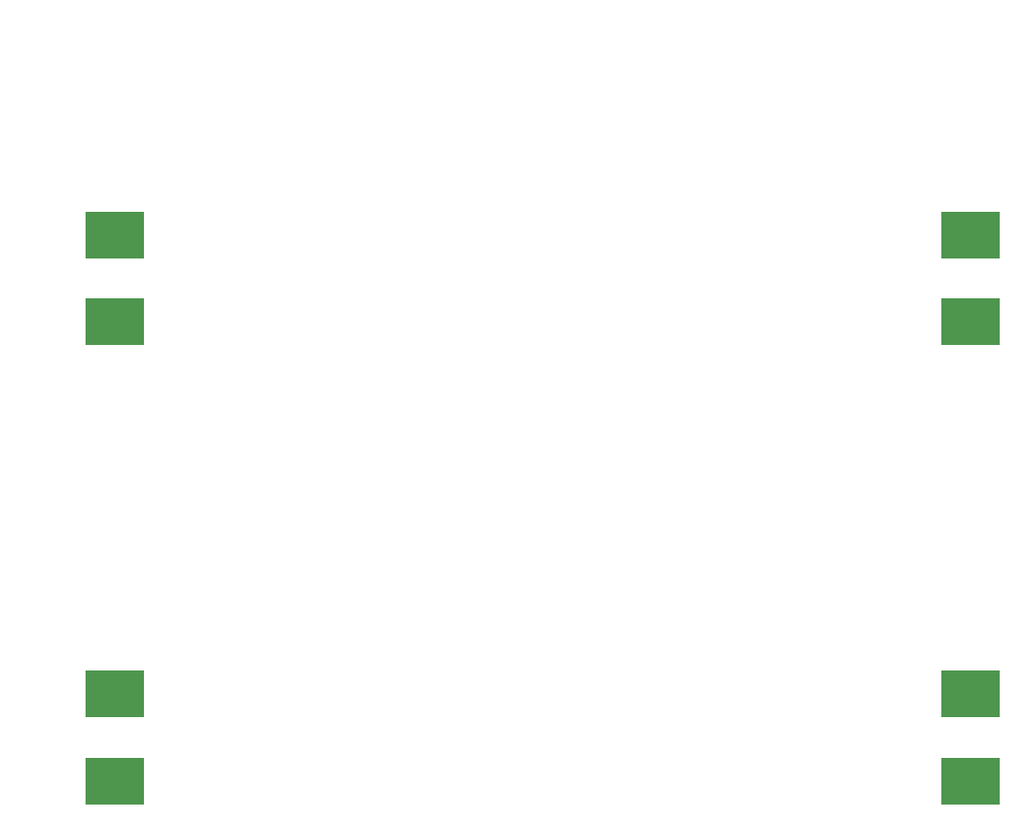
<source format=gbs>
G04*
G04 #@! TF.GenerationSoftware,Altium Limited,Altium Designer,21.0.9 (235)*
G04*
G04 Layer_Color=16711935*
%FSLAX43Y43*%
%MOMM*%
G71*
G04*
G04 #@! TF.SameCoordinates,9209314D-A4D9-4316-9161-A8B31A9F7C09*
G04*
G04*
G04 #@! TF.FilePolarity,Negative*
G04*
G01*
G75*
%ADD35R,5.180X4.100*%
%ADD42C,0.100*%
D35*
X38000Y53786D02*
D03*
Y46214D02*
D03*
Y6214D02*
D03*
Y13786D02*
D03*
X112500Y6214D02*
D03*
Y13786D02*
D03*
Y53786D02*
D03*
Y46214D02*
D03*
D42*
X47325Y71350D02*
D03*
Y16600D02*
D03*
X101125Y71350D02*
D03*
Y16600D02*
D03*
X30201Y72540D02*
D03*
Y67460D02*
D03*
Y32540D02*
D03*
Y27460D02*
D03*
M02*

</source>
